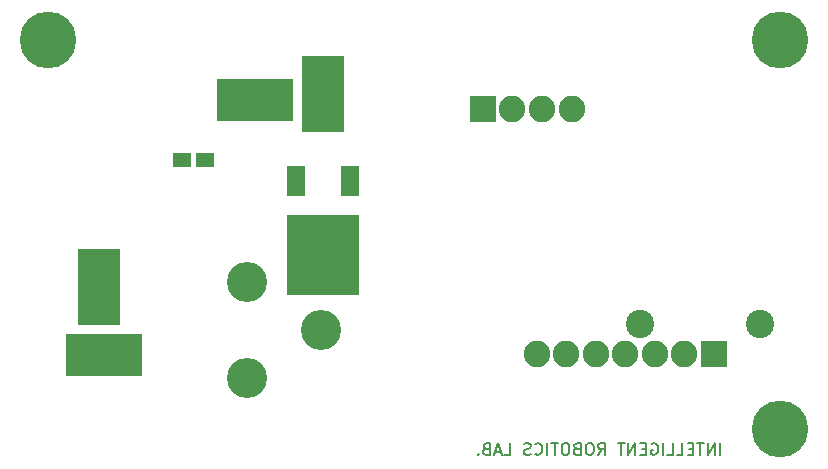
<source format=gbs>
G04 #@! TF.FileFunction,Soldermask,Bot*
%FSLAX46Y46*%
G04 Gerber Fmt 4.6, Leading zero omitted, Abs format (unit mm)*
G04 Created by KiCad (PCBNEW 4.0.7) date 10/05/18 20:50:03*
%MOMM*%
%LPD*%
G01*
G04 APERTURE LIST*
%ADD10C,0.100000*%
%ADD11C,0.200000*%
%ADD12C,4.800000*%
%ADD13C,1.100000*%
%ADD14R,1.600000X1.150000*%
%ADD15R,2.250000X2.250000*%
%ADD16C,2.250000*%
%ADD17R,1.600000X2.600000*%
%ADD18R,6.200000X6.800000*%
%ADD19C,3.400000*%
%ADD20C,2.400000*%
%ADD21R,6.514800X3.593800*%
%ADD22R,3.593800X6.514800*%
G04 APERTURE END LIST*
D10*
D11*
X111901595Y-72651881D02*
X111901595Y-71651881D01*
X111425405Y-72651881D02*
X111425405Y-71651881D01*
X110853976Y-72651881D01*
X110853976Y-71651881D01*
X110520643Y-71651881D02*
X109949214Y-71651881D01*
X110234929Y-72651881D02*
X110234929Y-71651881D01*
X109615881Y-72128071D02*
X109282547Y-72128071D01*
X109139690Y-72651881D02*
X109615881Y-72651881D01*
X109615881Y-71651881D01*
X109139690Y-71651881D01*
X108234928Y-72651881D02*
X108711119Y-72651881D01*
X108711119Y-71651881D01*
X107425404Y-72651881D02*
X107901595Y-72651881D01*
X107901595Y-71651881D01*
X107092071Y-72651881D02*
X107092071Y-71651881D01*
X106092071Y-71699500D02*
X106187309Y-71651881D01*
X106330166Y-71651881D01*
X106473024Y-71699500D01*
X106568262Y-71794738D01*
X106615881Y-71889976D01*
X106663500Y-72080452D01*
X106663500Y-72223310D01*
X106615881Y-72413786D01*
X106568262Y-72509024D01*
X106473024Y-72604262D01*
X106330166Y-72651881D01*
X106234928Y-72651881D01*
X106092071Y-72604262D01*
X106044452Y-72556643D01*
X106044452Y-72223310D01*
X106234928Y-72223310D01*
X105615881Y-72128071D02*
X105282547Y-72128071D01*
X105139690Y-72651881D02*
X105615881Y-72651881D01*
X105615881Y-71651881D01*
X105139690Y-71651881D01*
X104711119Y-72651881D02*
X104711119Y-71651881D01*
X104139690Y-72651881D01*
X104139690Y-71651881D01*
X103806357Y-71651881D02*
X103234928Y-71651881D01*
X103520643Y-72651881D02*
X103520643Y-71651881D01*
X101568261Y-72651881D02*
X101901595Y-72175690D01*
X102139690Y-72651881D02*
X102139690Y-71651881D01*
X101758737Y-71651881D01*
X101663499Y-71699500D01*
X101615880Y-71747119D01*
X101568261Y-71842357D01*
X101568261Y-71985214D01*
X101615880Y-72080452D01*
X101663499Y-72128071D01*
X101758737Y-72175690D01*
X102139690Y-72175690D01*
X100949214Y-71651881D02*
X100758737Y-71651881D01*
X100663499Y-71699500D01*
X100568261Y-71794738D01*
X100520642Y-71985214D01*
X100520642Y-72318548D01*
X100568261Y-72509024D01*
X100663499Y-72604262D01*
X100758737Y-72651881D01*
X100949214Y-72651881D01*
X101044452Y-72604262D01*
X101139690Y-72509024D01*
X101187309Y-72318548D01*
X101187309Y-71985214D01*
X101139690Y-71794738D01*
X101044452Y-71699500D01*
X100949214Y-71651881D01*
X99758737Y-72128071D02*
X99615880Y-72175690D01*
X99568261Y-72223310D01*
X99520642Y-72318548D01*
X99520642Y-72461405D01*
X99568261Y-72556643D01*
X99615880Y-72604262D01*
X99711118Y-72651881D01*
X100092071Y-72651881D01*
X100092071Y-71651881D01*
X99758737Y-71651881D01*
X99663499Y-71699500D01*
X99615880Y-71747119D01*
X99568261Y-71842357D01*
X99568261Y-71937595D01*
X99615880Y-72032833D01*
X99663499Y-72080452D01*
X99758737Y-72128071D01*
X100092071Y-72128071D01*
X98901595Y-71651881D02*
X98711118Y-71651881D01*
X98615880Y-71699500D01*
X98520642Y-71794738D01*
X98473023Y-71985214D01*
X98473023Y-72318548D01*
X98520642Y-72509024D01*
X98615880Y-72604262D01*
X98711118Y-72651881D01*
X98901595Y-72651881D01*
X98996833Y-72604262D01*
X99092071Y-72509024D01*
X99139690Y-72318548D01*
X99139690Y-71985214D01*
X99092071Y-71794738D01*
X98996833Y-71699500D01*
X98901595Y-71651881D01*
X98187309Y-71651881D02*
X97615880Y-71651881D01*
X97901595Y-72651881D02*
X97901595Y-71651881D01*
X97282547Y-72651881D02*
X97282547Y-71651881D01*
X96234928Y-72556643D02*
X96282547Y-72604262D01*
X96425404Y-72651881D01*
X96520642Y-72651881D01*
X96663500Y-72604262D01*
X96758738Y-72509024D01*
X96806357Y-72413786D01*
X96853976Y-72223310D01*
X96853976Y-72080452D01*
X96806357Y-71889976D01*
X96758738Y-71794738D01*
X96663500Y-71699500D01*
X96520642Y-71651881D01*
X96425404Y-71651881D01*
X96282547Y-71699500D01*
X96234928Y-71747119D01*
X95853976Y-72604262D02*
X95711119Y-72651881D01*
X95473023Y-72651881D01*
X95377785Y-72604262D01*
X95330166Y-72556643D01*
X95282547Y-72461405D01*
X95282547Y-72366167D01*
X95330166Y-72270929D01*
X95377785Y-72223310D01*
X95473023Y-72175690D01*
X95663500Y-72128071D01*
X95758738Y-72080452D01*
X95806357Y-72032833D01*
X95853976Y-71937595D01*
X95853976Y-71842357D01*
X95806357Y-71747119D01*
X95758738Y-71699500D01*
X95663500Y-71651881D01*
X95425404Y-71651881D01*
X95282547Y-71699500D01*
X93615880Y-72651881D02*
X94092071Y-72651881D01*
X94092071Y-71651881D01*
X93330166Y-72366167D02*
X92853975Y-72366167D01*
X93425404Y-72651881D02*
X93092071Y-71651881D01*
X92758737Y-72651881D01*
X92092070Y-72128071D02*
X91949213Y-72175690D01*
X91901594Y-72223310D01*
X91853975Y-72318548D01*
X91853975Y-72461405D01*
X91901594Y-72556643D01*
X91949213Y-72604262D01*
X92044451Y-72651881D01*
X92425404Y-72651881D01*
X92425404Y-71651881D01*
X92092070Y-71651881D01*
X91996832Y-71699500D01*
X91949213Y-71747119D01*
X91901594Y-71842357D01*
X91901594Y-71937595D01*
X91949213Y-72032833D01*
X91996832Y-72080452D01*
X92092070Y-72128071D01*
X92425404Y-72128071D01*
X91425404Y-72556643D02*
X91377785Y-72604262D01*
X91425404Y-72651881D01*
X91473023Y-72604262D01*
X91425404Y-72556643D01*
X91425404Y-72651881D01*
D12*
X117000000Y-37500000D03*
D13*
X118650000Y-37500000D03*
X118166726Y-38666726D03*
X117000000Y-39150000D03*
X115833274Y-38666726D03*
X115350000Y-37500000D03*
X115833274Y-36333274D03*
X117000000Y-35850000D03*
X118166726Y-36333274D03*
D12*
X117000000Y-70500000D03*
D13*
X118650000Y-70500000D03*
X118166726Y-71666726D03*
X117000000Y-72150000D03*
X115833274Y-71666726D03*
X115350000Y-70500000D03*
X115833274Y-69333274D03*
X117000000Y-68850000D03*
X118166726Y-69333274D03*
D14*
X68260000Y-47688500D03*
X66360000Y-47688500D03*
D15*
X91821000Y-43370500D03*
D16*
X94321000Y-43370500D03*
X96821000Y-43370500D03*
X99321000Y-43370500D03*
D15*
X111379000Y-64135000D03*
D16*
X108879000Y-64135000D03*
X106379000Y-64135000D03*
X103879000Y-64135000D03*
X101379000Y-64135000D03*
X98879000Y-64135000D03*
X96379000Y-64135000D03*
D17*
X76015500Y-49457500D03*
X80575500Y-49457500D03*
D18*
X78295500Y-55757500D03*
D19*
X78105000Y-62039500D03*
X71818500Y-66103500D03*
X71882000Y-57975500D03*
D20*
X115316000Y-61531500D03*
X105156000Y-61531500D03*
D12*
X55000000Y-37500000D03*
D13*
X56650000Y-37500000D03*
X56166726Y-38666726D03*
X55000000Y-39150000D03*
X53833274Y-38666726D03*
X53350000Y-37500000D03*
X53833274Y-36333274D03*
X55000000Y-35850000D03*
X56166726Y-36333274D03*
D21*
X72527500Y-42568500D03*
D22*
X78295500Y-42100500D03*
X59285500Y-58430500D03*
D21*
X59753500Y-64198500D03*
M02*

</source>
